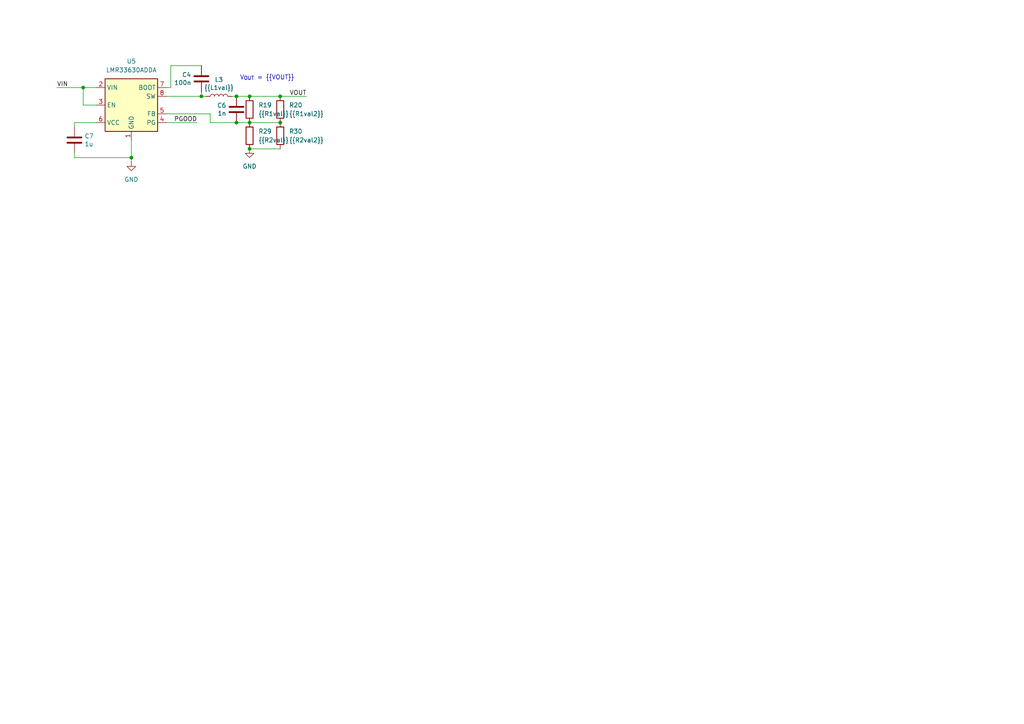
<source format=kicad_sch>
(kicad_sch (version 20250114) (generator "eeschema") (generator_version "9.0")
  (paper "A4")
  (lib_symbols
    (symbol "Device:C" (pin_numbers (hide yes)) (pin_names (offset 0.254))
      (property "Reference" "C" (at 0.635 2.54 0))
      (property "Value" "C" (at 0.635 -2.54 0))
      (symbol "C_0_1"
        (polyline (pts (xy -2.032 0.762) (xy 2.032 0.762)) (stroke (width 0.508)))
        (polyline (pts (xy -2.032 -0.762) (xy 2.032 -0.762)) (stroke (width 0.508)))
      )
      (symbol "C_1_1"
        (pin passive line (at 0 3.81 270) (length 2.794) (name "~") (number "1"))
        (pin passive line (at 0 -3.81 90) (length 2.794) (name "~") (number "2"))
      )
    )
    (symbol "Device:L" (pin_numbers (hide yes)) (pin_names (offset 1.016) (hide yes))
      (property "Reference" "L" (at -1.27 0 90))
      (property "Value" "L" (at 1.905 0 90))
      (symbol "L_0_1"
        (arc (start 0 2.54) (mid 0.6323 1.905) (end 0 1.27))
        (arc (start 0 1.27) (mid 0.6323 0.635) (end 0 0))
        (arc (start 0 0) (mid 0.6323 -0.635) (end 0 -1.27))
        (arc (start 0 -1.27) (mid 0.6323 -1.905) (end 0 -2.54))
      )
      (symbol "L_1_1"
        (pin passive line (at 0 3.81 270) (length 1.27) (name "1") (number "1"))
        (pin passive line (at 0 -3.81 90) (length 1.27) (name "2") (number "2"))
      )
    )
    (symbol "Device:R" (pin_numbers (hide yes)) (pin_names (offset 0))
      (property "Reference" "R" (at 2.032 0 90))
      (property "Value" "R" (at 0 0 90))
      (symbol "R_0_1"
        (rectangle (start -1.016 -2.54) (end 1.016 2.54) (stroke (width 0.254)))
      )
      (symbol "R_1_1"
        (pin passive line (at 0 3.81 270) (length 1.27) (name "~") (number "1"))
        (pin passive line (at 0 -3.81 90) (length 1.27) (name "~") (number "2"))
      )
    )
    (symbol "LMR33630ADDA_1"
      (property "Reference" "U" (at 0 11.43 0))
      (property "Value" "LMR33630ADDA" (at 0 8.89 0))
      (symbol "LMR33630ADDA_1_0_1"
        (rectangle (start -7.62 7.62) (end 7.62 -7.62) (stroke (width 0.254)) (fill (type background)))
      )
      (symbol "LMR33630ADDA_1_1_1"
        (pin power_in line (at -10.16 5.08 0) (length 2.54) (name "VIN") (number "2"))
        (pin input line (at -10.16 0 0) (length 2.54) (name "EN") (number "3"))
        (pin power_out line (at -10.16 -5.08 0) (length 2.54) (name "VCC") (number "6"))
        (pin power_in line (at 0 -10.16 90) (length 2.54) (name "GND") (number "1"))
        (pin passive line (at 0 -10.16 90) (length 2.54) (hide yes) (name "GND") (number "9"))
        (pin input line (at 10.16 5.08 180) (length 2.54) (name "BOOT") (number "7"))
        (pin output line (at 10.16 2.54 180) (length 2.54) (name "SW") (number "8"))
        (pin input line (at 10.16 -2.54 180) (length 2.54) (name "FB") (number "5"))
        (pin open_collector line (at 10.16 -5.08 180) (length 2.54) (name "PG") (number "4"))
      )
    )
    (symbol "power:GND" (power) (pin_numbers (hide yes)) (pin_names (offset 0) (hide yes))
      (property "Value" "GND" (at 0 -3.81 0))
      (symbol "GND_0_1"
        (polyline (pts (xy 0 0) (xy 0 -1.27) (xy 1.27 -1.27) (xy 0 -2.54) (xy -1.27 -1.27) (xy 0 -1.27)))
      )
      (symbol "GND_1_1"
        (pin power_in line (at 0 0 270) (length 0) (name "~") (number "1"))
      )
    )
  )
  (text "V_{OUT} = {{VOUT}}" (at 77.47 22.606 0) (effects (font (size 1.27 1.27))))
  (junction (at 81.28 35.56))
  (junction (at 58.42 27.94))
  (junction (at 24.13 25.4))
  (junction (at 72.39 35.56))
  (junction (at 38.1 45.72))
  (junction (at 68.58 27.94))
  (junction (at 68.58 35.56))
  (junction (at 81.28 27.94))
  (junction (at 72.39 27.94))
  (junction (at 72.39 43.18))
  (wire (pts (xy 48.26 27.94) (xy 58.42 27.94)))
  (wire (pts (xy 21.59 35.56) (xy 27.94 35.56)))
  (wire (pts (xy 72.39 35.56) (xy 68.58 35.56)))
  (wire (pts (xy 48.26 33.02) (xy 60.96 33.02)))
  (wire (pts (xy 49.53 19.05) (xy 58.42 19.05)))
  (wire (pts (xy 72.39 35.56) (xy 81.28 35.56)))
  (wire (pts (xy 58.42 27.94) (xy 59.69 27.94)))
  (wire (pts (xy 21.59 36.83) (xy 21.59 35.56)))
  (wire (pts (xy 24.13 25.4) (xy 24.13 30.48)))
  (wire (pts (xy 16.51 25.4) (xy 24.13 25.4)))
  (wire (pts (xy 72.39 43.18) (xy 81.28 43.18)))
  (wire (pts (xy 68.58 27.94) (xy 72.39 27.94)))
  (wire (pts (xy 72.39 27.94) (xy 81.28 27.94)))
  (wire (pts (xy 38.1 46.99) (xy 38.1 45.72)))
  (wire (pts (xy 48.26 35.56) (xy 57.15 35.56)))
  (wire (pts (xy 48.26 25.4) (xy 49.53 25.4)))
  (wire (pts (xy 68.58 35.56) (xy 60.96 35.56)))
  (wire (pts (xy 24.13 25.4) (xy 27.94 25.4)))
  (wire (pts (xy 81.28 27.94) (xy 88.9 27.94)))
  (wire (pts (xy 38.1 45.72) (xy 38.1 40.64)))
  (wire (pts (xy 21.59 45.72) (xy 38.1 45.72)))
  (wire (pts (xy 49.53 19.05) (xy 49.53 25.4)))
  (wire (pts (xy 58.42 26.67) (xy 58.42 27.94)))
  (wire (pts (xy 60.96 35.56) (xy 60.96 33.02)))
  (wire (pts (xy 24.13 30.48) (xy 27.94 30.48)))
  (wire (pts (xy 21.59 44.45) (xy 21.59 45.72)))
  (wire (pts (xy 67.31 27.94) (xy 68.58 27.94)))
  (label "VOUT" (at 88.9 27.94 180))
  (label "PGOOD" (at 57.15 35.56 180))
  (label "VIN" (at 16.51 25.4 0))
  (symbol (lib_id "power:GND") (at 72.39 43.18 0) (unit 1)
    (property "Reference" "#PWR019" (effects (hide yes)))
    (property "Value" "GND" (at 72.39 48.26 0))
    (property "Description" "Power symbol creates a global label with name \"GND\" , ground" (effects (hide yes)))
  )
  (symbol (lib_id "Device:C") (at 21.59 40.64 0) (unit 1)
    (property "Reference" "C7" (at 24.511 39.4716 0) (effects (justify left)))
    (property "Value" "1u" (at 24.511 41.783 0) (effects (justify left)))
    (property "Footprint" "Capacitor_SMD:C_0402_1005Metric" (effects (hide yes)))
    (property "LCSC" "C14445" (effects (hide yes)))
  )
  (symbol (lib_id "power:GND") (at 38.1 46.99 0) (unit 1)
    (property "Reference" "#PWR020" (effects (hide yes)))
    (property "Value" "GND" (at 38.1 52.07 0))
    (property "Description" "Power symbol creates a global label with name \"GND\" , ground" (effects (hide yes)))
  )
  (symbol (lib_id "Device:R") (at 72.39 39.37 0) (unit 1)
    (property "Reference" "R29" (at 74.93 38.0999 0) (effects (justify left)))
    (property "Value" "{{R2val}}" (at 74.93 40.6399 0) (effects (justify left)))
    (property "Footprint" "Resistor_SMD:R_0402_1005Metric" (effects (hide yes)))
    (property "Description" "Resistor" (effects (hide yes)))
    (property "LCSC" "{{R2lcsc}}" (effects (hide yes)))
  )
  (symbol (lib_id "Device:C") (at 58.42 22.86 0) (mirror y) (unit 1)
    (property "Reference" "C4" (at 55.499 21.6916 0) (effects (justify left)))
    (property "Value" "100n" (at 55.499 24.003 0) (effects (justify left)))
    (property "Footprint" "Capacitor_SMD:C_0402_1005Metric" (effects (hide yes)))
    (property "LCSC" "C1525" (effects (hide yes)))
  )
  (symbol (lib_id "Device:R") (at 72.39 31.75 0) (unit 1)
    (property "Reference" "R19" (at 74.93 30.4799 0) (effects (justify left)))
    (property "Value" "{{R1val}}" (at 74.93 33.0199 0) (effects (justify left)))
    (property "Footprint" "Resistor_SMD:R_0402_1005Metric" (effects (hide yes)))
    (property "Description" "Resistor" (effects (hide yes)))
    (property "LCSC" "{{R1lcsc}}" (effects (hide yes)))
  )
  (symbol (lib_id "Device:R") (at 81.28 31.75 0) (unit 1)
    (property "Reference" "R20" (at 83.82 30.4799 0) (effects (justify left)))
    (property "Value" "{{R1val2}}" (at 83.82 33.0199 0) (effects (justify left)))
    (property "Footprint" "Resistor_SMD:R_0402_1005Metric" (effects (hide yes)))
    (property "Description" "Resistor" (effects (hide yes)))
    (property "LCSC" "{{R1lcsc2}}" (effects (hide yes)))
    (property "OnlyIf" "R1Second" (effects (hide yes)))
  )
  (symbol (lib_id "Device:L") (at 63.5 27.94 90) (unit 1)
    (property "Reference" "L3" (at 63.5 23.114 90))
    (property "Value" "{{L1val}}" (at 63.5 25.4254 90))
    (property "Footprint" "{{L1footprint}}" (effects (hide yes)))
    (property "Datasheet" "{{L1datasheet}}" (effects (hide yes)))
    (property "LCSC" "{{L1lcsc}}" (effects (hide yes)))
  )
  (symbol (lib_id "Device:C") (at 68.58 31.75 0) (mirror y) (unit 1)
    (property "Reference" "C6" (at 65.659 30.5816 0) (effects (justify left)))
    (property "Value" "1n" (at 65.659 32.893 0) (effects (justify left)))
    (property "Footprint" "Capacitor_SMD:C_0402_1005Metric" (effects (hide yes)))
    (property "LCSC" "C696907" (effects (hide yes)))
    (property "OnlyIf" "TransientResponseCap" (effects (hide yes)))
  )
  (symbol (lib_name "LMR33630ADDA_1") (lib_id "Regulator_Switching:LMR33630ADDA") (at 38.1 30.48 0) (unit 1)
    (property "Reference" "U5" (at 38.1 17.78 0))
    (property "Value" "LMR33630ADDA" (at 38.1 20.32 0))
    (property "Footprint" "Package_SO:Texas_HSOP-8-1EP_3.9x4.9mm_P1.27mm_ThermalVias" (effects (hide yes)))
    (property "Datasheet" "http://www.ti.com/lit/ds/symlink/lmr33630.pdf" (effects (hide yes)))
    (property "Description" "Simple Switcher Synchronous Buck Regulator, Vin=3.8-36V, Iout=3A, F=400kHz, Adjustable output voltage, HSOP-8" (effects (hide yes)))
    (property "LCSC" "C841384" (effects (hide yes)))
  )
  (symbol (lib_id "Device:R") (at 81.28 39.37 0) (unit 1)
    (property "Reference" "R30" (at 83.82 38.0999 0) (effects (justify left)))
    (property "Value" "{{R2val2}}" (at 83.82 40.6399 0) (effects (justify left)))
    (property "Footprint" "Resistor_SMD:R_0402_1005Metric" (effects (hide yes)))
    (property "Description" "Resistor" (effects (hide yes)))
    (property "LCSC" "{{R2lcsc2}}" (effects (hide yes)))
    (property "OnlyIf" "R2Second" (effects (hide yes)))
  )
)
</source>
